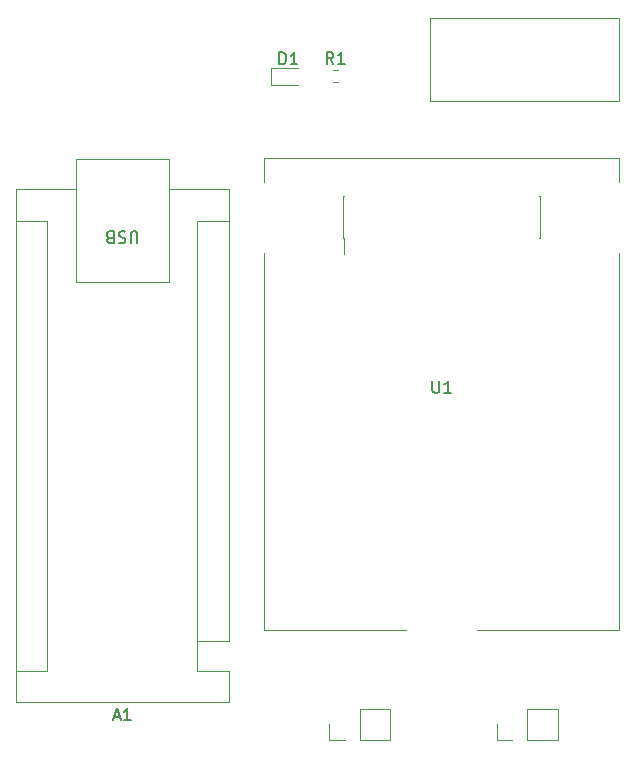
<source format=gbr>
%TF.GenerationSoftware,KiCad,Pcbnew,(7.0.0)*%
%TF.CreationDate,2023-04-30T12:38:50+09:00*%
%TF.ProjectId,RES_project,5245535f-7072-46f6-9a65-63742e6b6963,rev?*%
%TF.SameCoordinates,Original*%
%TF.FileFunction,Legend,Top*%
%TF.FilePolarity,Positive*%
%FSLAX46Y46*%
G04 Gerber Fmt 4.6, Leading zero omitted, Abs format (unit mm)*
G04 Created by KiCad (PCBNEW (7.0.0)) date 2023-04-30 12:38:50*
%MOMM*%
%LPD*%
G01*
G04 APERTURE LIST*
%ADD10C,0.150000*%
%ADD11C,0.120000*%
G04 APERTURE END LIST*
D10*
%TO.C,U1*%
X67238095Y-59107380D02*
X67238095Y-59916904D01*
X67238095Y-59916904D02*
X67285714Y-60012142D01*
X67285714Y-60012142D02*
X67333333Y-60059761D01*
X67333333Y-60059761D02*
X67428571Y-60107380D01*
X67428571Y-60107380D02*
X67619047Y-60107380D01*
X67619047Y-60107380D02*
X67714285Y-60059761D01*
X67714285Y-60059761D02*
X67761904Y-60012142D01*
X67761904Y-60012142D02*
X67809523Y-59916904D01*
X67809523Y-59916904D02*
X67809523Y-59107380D01*
X68809523Y-60107380D02*
X68238095Y-60107380D01*
X68523809Y-60107380D02*
X68523809Y-59107380D01*
X68523809Y-59107380D02*
X68428571Y-59250238D01*
X68428571Y-59250238D02*
X68333333Y-59345476D01*
X68333333Y-59345476D02*
X68238095Y-59393095D01*
%TO.C,D1*%
X54274405Y-32297380D02*
X54274405Y-31297380D01*
X54274405Y-31297380D02*
X54512500Y-31297380D01*
X54512500Y-31297380D02*
X54655357Y-31345000D01*
X54655357Y-31345000D02*
X54750595Y-31440238D01*
X54750595Y-31440238D02*
X54798214Y-31535476D01*
X54798214Y-31535476D02*
X54845833Y-31725952D01*
X54845833Y-31725952D02*
X54845833Y-31868809D01*
X54845833Y-31868809D02*
X54798214Y-32059285D01*
X54798214Y-32059285D02*
X54750595Y-32154523D01*
X54750595Y-32154523D02*
X54655357Y-32249761D01*
X54655357Y-32249761D02*
X54512500Y-32297380D01*
X54512500Y-32297380D02*
X54274405Y-32297380D01*
X55798214Y-32297380D02*
X55226786Y-32297380D01*
X55512500Y-32297380D02*
X55512500Y-31297380D01*
X55512500Y-31297380D02*
X55417262Y-31440238D01*
X55417262Y-31440238D02*
X55322024Y-31535476D01*
X55322024Y-31535476D02*
X55226786Y-31583095D01*
%TO.C,A1*%
X40265714Y-87541666D02*
X40741904Y-87541666D01*
X40170476Y-87827380D02*
X40503809Y-86827380D01*
X40503809Y-86827380D02*
X40837142Y-87827380D01*
X41694285Y-87827380D02*
X41122857Y-87827380D01*
X41408571Y-87827380D02*
X41408571Y-86827380D01*
X41408571Y-86827380D02*
X41313333Y-86970238D01*
X41313333Y-86970238D02*
X41218095Y-87065476D01*
X41218095Y-87065476D02*
X41122857Y-87113095D01*
X42241904Y-47452619D02*
X42241904Y-46643095D01*
X42241904Y-46643095D02*
X42194285Y-46547857D01*
X42194285Y-46547857D02*
X42146666Y-46500238D01*
X42146666Y-46500238D02*
X42051428Y-46452619D01*
X42051428Y-46452619D02*
X41860952Y-46452619D01*
X41860952Y-46452619D02*
X41765714Y-46500238D01*
X41765714Y-46500238D02*
X41718095Y-46547857D01*
X41718095Y-46547857D02*
X41670476Y-46643095D01*
X41670476Y-46643095D02*
X41670476Y-47452619D01*
X41241904Y-46500238D02*
X41099047Y-46452619D01*
X41099047Y-46452619D02*
X40860952Y-46452619D01*
X40860952Y-46452619D02*
X40765714Y-46500238D01*
X40765714Y-46500238D02*
X40718095Y-46547857D01*
X40718095Y-46547857D02*
X40670476Y-46643095D01*
X40670476Y-46643095D02*
X40670476Y-46738333D01*
X40670476Y-46738333D02*
X40718095Y-46833571D01*
X40718095Y-46833571D02*
X40765714Y-46881190D01*
X40765714Y-46881190D02*
X40860952Y-46928809D01*
X40860952Y-46928809D02*
X41051428Y-46976428D01*
X41051428Y-46976428D02*
X41146666Y-47024047D01*
X41146666Y-47024047D02*
X41194285Y-47071666D01*
X41194285Y-47071666D02*
X41241904Y-47166904D01*
X41241904Y-47166904D02*
X41241904Y-47262142D01*
X41241904Y-47262142D02*
X41194285Y-47357380D01*
X41194285Y-47357380D02*
X41146666Y-47405000D01*
X41146666Y-47405000D02*
X41051428Y-47452619D01*
X41051428Y-47452619D02*
X40813333Y-47452619D01*
X40813333Y-47452619D02*
X40670476Y-47405000D01*
X39908571Y-46976428D02*
X39765714Y-46928809D01*
X39765714Y-46928809D02*
X39718095Y-46881190D01*
X39718095Y-46881190D02*
X39670476Y-46785952D01*
X39670476Y-46785952D02*
X39670476Y-46643095D01*
X39670476Y-46643095D02*
X39718095Y-46547857D01*
X39718095Y-46547857D02*
X39765714Y-46500238D01*
X39765714Y-46500238D02*
X39860952Y-46452619D01*
X39860952Y-46452619D02*
X40241904Y-46452619D01*
X40241904Y-46452619D02*
X40241904Y-47452619D01*
X40241904Y-47452619D02*
X39908571Y-47452619D01*
X39908571Y-47452619D02*
X39813333Y-47405000D01*
X39813333Y-47405000D02*
X39765714Y-47357380D01*
X39765714Y-47357380D02*
X39718095Y-47262142D01*
X39718095Y-47262142D02*
X39718095Y-47166904D01*
X39718095Y-47166904D02*
X39765714Y-47071666D01*
X39765714Y-47071666D02*
X39813333Y-47024047D01*
X39813333Y-47024047D02*
X39908571Y-46976428D01*
X39908571Y-46976428D02*
X40241904Y-46976428D01*
%TO.C,R1*%
X58855833Y-32257380D02*
X58522500Y-31781190D01*
X58284405Y-32257380D02*
X58284405Y-31257380D01*
X58284405Y-31257380D02*
X58665357Y-31257380D01*
X58665357Y-31257380D02*
X58760595Y-31305000D01*
X58760595Y-31305000D02*
X58808214Y-31352619D01*
X58808214Y-31352619D02*
X58855833Y-31447857D01*
X58855833Y-31447857D02*
X58855833Y-31590714D01*
X58855833Y-31590714D02*
X58808214Y-31685952D01*
X58808214Y-31685952D02*
X58760595Y-31733571D01*
X58760595Y-31733571D02*
X58665357Y-31781190D01*
X58665357Y-31781190D02*
X58284405Y-31781190D01*
X59808214Y-32257380D02*
X59236786Y-32257380D01*
X59522500Y-32257380D02*
X59522500Y-31257380D01*
X59522500Y-31257380D02*
X59427262Y-31400238D01*
X59427262Y-31400238D02*
X59332024Y-31495476D01*
X59332024Y-31495476D02*
X59236786Y-31543095D01*
D11*
%TO.C,SW2*%
X67000000Y-28408500D02*
X67000000Y-35408500D01*
X67000000Y-28408500D02*
X83000000Y-28408500D01*
X67000000Y-35408500D02*
X83000000Y-35408500D01*
X83000000Y-35408500D02*
X83000000Y-28408500D01*
%TO.C,JP2*%
X72670000Y-89530000D02*
X72670000Y-88200000D01*
X74000000Y-89530000D02*
X72670000Y-89530000D01*
X75270000Y-89530000D02*
X77870000Y-89530000D01*
X75270000Y-89530000D02*
X75270000Y-86870000D01*
X77870000Y-89530000D02*
X77870000Y-86870000D01*
X75270000Y-86870000D02*
X77870000Y-86870000D01*
%TO.C,U1*%
X83000000Y-80240000D02*
X71000000Y-80240000D01*
X83000000Y-48240000D02*
X83000000Y-80240000D01*
X83000000Y-40240000D02*
X83000000Y-42240000D01*
X76315000Y-47005000D02*
X76315000Y-43475000D01*
X76250000Y-47005000D02*
X76315000Y-47005000D01*
X76250000Y-43475000D02*
X76315000Y-43475000D01*
X65000000Y-80240000D02*
X53000000Y-80240000D01*
X59750000Y-48330000D02*
X59750000Y-47005000D01*
X59685000Y-47005000D02*
X59750000Y-47005000D01*
X59685000Y-47005000D02*
X59685000Y-43475000D01*
X59685000Y-43475000D02*
X59750000Y-43475000D01*
X53000000Y-80240000D02*
X53000000Y-48240000D01*
X53000000Y-42240000D02*
X53000000Y-40240000D01*
X53000000Y-40240000D02*
X83000000Y-40240000D01*
%TO.C,D1*%
X53527500Y-32625000D02*
X53527500Y-34095000D01*
X53527500Y-34095000D02*
X55812500Y-34095000D01*
X55812500Y-32625000D02*
X53527500Y-32625000D01*
%TO.C,A1*%
X50000000Y-86320000D02*
X50000000Y-83650000D01*
X50000000Y-81110000D02*
X50000000Y-42880000D01*
X50000000Y-42880000D02*
X44920000Y-42880000D01*
X47330000Y-83650000D02*
X50000000Y-83650000D01*
X47330000Y-81110000D02*
X50000000Y-81110000D01*
X47330000Y-81110000D02*
X47330000Y-83650000D01*
X47330000Y-81110000D02*
X47330000Y-45550000D01*
X47330000Y-45550000D02*
X50000000Y-45550000D01*
X44920000Y-50760000D02*
X37040000Y-50760000D01*
X44920000Y-40340000D02*
X44920000Y-50760000D01*
X37040000Y-50760000D02*
X37040000Y-40340000D01*
X37040000Y-40340000D02*
X44920000Y-40340000D01*
X34630000Y-83650000D02*
X34630000Y-45550000D01*
X34630000Y-83650000D02*
X31960000Y-83650000D01*
X34630000Y-45550000D02*
X31960000Y-45550000D01*
X31960000Y-86320000D02*
X50000000Y-86320000D01*
X31960000Y-42880000D02*
X37040000Y-42880000D01*
X31960000Y-42880000D02*
X31960000Y-86320000D01*
%TO.C,R1*%
X58785242Y-32797500D02*
X59259758Y-32797500D01*
X58785242Y-33842500D02*
X59259758Y-33842500D01*
%TO.C,JP1*%
X58470000Y-89530000D02*
X58470000Y-88200000D01*
X59800000Y-89530000D02*
X58470000Y-89530000D01*
X61070000Y-89530000D02*
X63670000Y-89530000D01*
X61070000Y-89530000D02*
X61070000Y-86870000D01*
X63670000Y-89530000D02*
X63670000Y-86870000D01*
X61070000Y-86870000D02*
X63670000Y-86870000D01*
%TD*%
M02*

</source>
